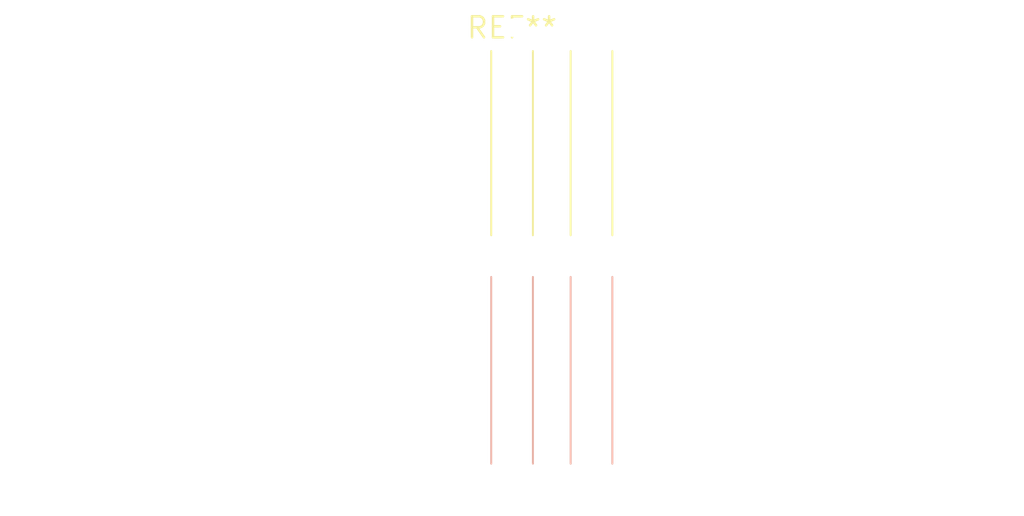
<source format=kicad_pcb>
(kicad_pcb (version 20240108) (generator pcbnew)
  (layers (0 "F.Cu" signal) (31 "B.Cu" signal) (34 "B.Paste" user) (35 "F.Paste" user) (36 "B.SilkS" user "B.Silkscreen") (37 "F.SilkS" user "F.Silkscreen") (38 "B.Mask" user) (39 "F.Mask" user) (44 "Edge.Cuts" user))
  (net 0 "")
  (footprint "SolderWire-0.5sqmm_1x02_P4.8mm_D0.9mm_OD2.3mm_Relief2x" (layer "F.Cu") (at 0 0)
    (property "Reference" "REF**")
    (property "Value" "SolderWire-0.5sqmm_1x02_P4.8mm_D0.9mm_OD2.3mm_Relief2x")
    (fp_line (start -1.26 15.06) (end -1.26 26.34) (layer "B.SilkS") (stroke (width 0.12)))
    (fp_line (start 1.26 15.06) (end 1.26 26.34) (layer "B.SilkS") (stroke (width 0.12)))
    (fp_line (start 3.54 15.06) (end 3.54 26.34) (layer "B.SilkS") (stroke (width 0.12)))
    (fp_line (start 6.06 15.06) (end 6.06 26.34) (layer "B.SilkS") (stroke (width 0.12)))
    (fp_line (start -1.26 1.41) (end -1.26 12.54) (layer "F.SilkS") (stroke (width 0.12)))
    (fp_line (start 1.26 1.41) (end 1.26 12.54) (layer "F.SilkS") (stroke (width 0.12)))
    (fp_line (start 3.54 1.41) (end 3.54 12.54) (layer "F.SilkS") (stroke (width 0.12)))
    (fp_line (start 6.06 1.41) (end 6.06 12.54) (layer "F.SilkS") (stroke (width 0.12)))
    (pad "" np_thru_hole circle (at 0 13.8) (size 2.8 2.8) (drill 2.8) (layers *.Cu *.Mask))
    (pad "" np_thru_hole circle (at 0 27.6) (size 2.8 2.8) (drill 2.8) (layers *.Cu *.Mask))
    (pad "" np_thru_hole circle (at 4.8 13.8) (size 2.8 2.8) (drill 2.8) (layers *.Cu *.Mask))
    (pad "" np_thru_hole circle (at 4.8 27.6) (size 2.8 2.8) (drill 2.8) (layers *.Cu *.Mask))
    (pad "1" thru_hole roundrect (at 0 0) (size 2.3 2.3) (drill 1.1) (layers *.Cu *.Mask) (remove_unused_layers) (roundrect_rratio 0.108696))
    (pad "2" thru_hole circle (at 4.8 0) (size 2.3 2.3) (drill 1.1) (layers *.Cu *.Mask) (remove_unused_layers))
  )
)
</source>
